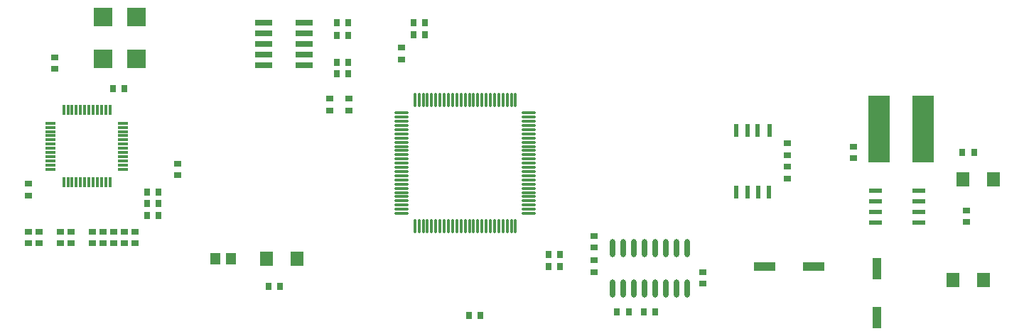
<source format=gtp>
%FSAX43Y43*%
%MOMM*%
G71*
G01*
G75*
G04 Layer_Color=8421504*
%ADD10R,2.200X2.200*%
%ADD11R,2.032X0.635*%
%ADD12R,1.524X0.508*%
%ADD13R,2.600X8.000*%
%ADD14R,0.800X0.900*%
%ADD15R,1.500X1.700*%
%ADD16R,0.508X1.500*%
%ADD17R,0.900X0.800*%
%ADD18R,0.300X1.200*%
%ADD19R,1.200X0.300*%
%ADD20R,2.540X1.016*%
%ADD21R,1.016X2.540*%
%ADD22R,1.200X1.400*%
%ADD23O,0.600X2.200*%
%ADD24O,0.300X1.800*%
%ADD25O,1.800X0.300*%
%ADD26C,0.508*%
%ADD27C,0.381*%
%ADD28C,0.254*%
%ADD29C,0.635*%
%ADD30C,0.762*%
%ADD31R,1.263X3.045*%
%ADD32R,2.794X2.667*%
%ADD33R,1.725X1.695*%
%ADD34R,2.874X2.980*%
%ADD35R,2.921X2.667*%
%ADD36R,1.270X3.048*%
%ADD37R,3.048X1.270*%
%ADD38R,2.794X3.302*%
%ADD39R,4.826X3.048*%
%ADD40R,3.048X4.826*%
%ADD41R,5.588X5.715*%
%ADD42R,1.143X1.016*%
%ADD43R,1.397X1.270*%
%ADD44R,5.334X5.461*%
%ADD45R,5.207X6.223*%
%ADD46R,1.397X4.445*%
%ADD47R,4.699X5.461*%
%ADD48R,0.353X0.241*%
%ADD49R,3.048X5.080*%
%ADD50R,0.586X1.571*%
%ADD51R,3.937X3.048*%
%ADD52R,4.699X2.413*%
%ADD53R,5.080X4.699*%
%ADD54R,2.032X2.349*%
%ADD55R,2.223X2.547*%
%ADD56R,2.449X2.272*%
%ADD57R,2.921X2.794*%
%ADD58R,5.969X6.350*%
%ADD59R,8.854X9.012*%
%ADD60R,4.572X4.572*%
%ADD61R,2.377X0.544*%
%ADD62R,1.905X0.508*%
%ADD63R,2.711X2.918*%
%ADD64R,1.397X1.524*%
%ADD65R,1.270X1.270*%
%ADD66R,1.778X1.524*%
%ADD67R,1.905X1.778*%
%ADD68R,2.032X2.009*%
%ADD69R,1.651X1.524*%
%ADD70R,3.937X3.937*%
%ADD71R,3.429X3.048*%
%ADD72R,2.794X2.794*%
%ADD73R,3.810X25.781*%
%ADD74R,9.779X2.159*%
%ADD75C,4.760*%
%ADD76R,1.690X1.690*%
%ADD77C,1.690*%
%ADD78C,0.762*%
%ADD79C,0.508*%
%ADD80C,1.524*%
%ADD81C,1.016*%
%ADD82R,2.000X2.000*%
%ADD83C,2.000*%
%ADD84R,1.500X1.500*%
%ADD85C,1.500*%
%ADD86C,1.778*%
%ADD87C,4.000*%
%ADD88C,1.270*%
%ADD89C,2.032*%
%ADD90C,1.600*%
%ADD91R,1.524X1.524*%
%ADD92C,3.556*%
%ADD93C,3.810*%
%ADD94R,1.500X1.500*%
%ADD95C,3.000*%
%ADD96R,2.794X2.540*%
%ADD97R,1.000X1.300*%
%ADD98R,1.000X1.800*%
%ADD99R,1.397X1.397*%
%ADD100R,3.048X2.667*%
%ADD101R,2.667X2.794*%
%ADD102R,0.164X0.331*%
%ADD103R,0.210X0.140*%
%ADD104R,0.210X0.331*%
%ADD105R,0.374X0.725*%
%ADD106R,1.016X1.524*%
%ADD107R,1.270X1.397*%
%ADD108R,4.953X5.080*%
%ADD109R,5.461X5.715*%
%ADD110R,2.159X0.889*%
%ADD111R,3.040X2.506*%
%ADD112R,2.921X3.175*%
%ADD113R,4.826X4.699*%
%ADD114R,5.080X5.080*%
%ADD115R,2.413X2.223*%
%ADD116R,2.603X2.675*%
%ADD117R,2.540X3.048*%
%ADD118R,6.350X6.223*%
%ADD119R,2.667X2.667*%
%ADD120R,5.715X6.350*%
%ADD121R,5.207X3.429*%
%ADD122R,13.843X6.858*%
%ADD123R,4.953X4.953*%
%ADD124R,1.397X1.651*%
%ADD125R,1.905X1.651*%
%ADD126R,3.937X3.683*%
%ADD127R,9.525X2.159*%
%ADD128C,0.200*%
%ADD129C,0.250*%
%ADD130C,0.127*%
%ADD131C,0.600*%
%ADD132C,0.150*%
D10*
X0066889Y0102275D02*
D03*
Y0107275D02*
D03*
X0062905Y0102275D02*
D03*
Y0107275D02*
D03*
D11*
X0086868Y0106553D02*
D03*
Y0105283D02*
D03*
Y0104013D02*
D03*
Y0102743D02*
D03*
Y0101473D02*
D03*
X0082042D02*
D03*
Y0102743D02*
D03*
Y0104013D02*
D03*
Y0105283D02*
D03*
Y0106553D02*
D03*
D12*
X0160058Y0086487D02*
D03*
Y0085217D02*
D03*
Y0083947D02*
D03*
Y0082677D02*
D03*
X0154902D02*
D03*
Y0083947D02*
D03*
Y0085217D02*
D03*
Y0086487D02*
D03*
D13*
X0155388Y0093853D02*
D03*
X0160588D02*
D03*
D14*
X0166689Y0091059D02*
D03*
X0165289D02*
D03*
X0115951Y0078867D02*
D03*
X0117351D02*
D03*
X0101284Y0105156D02*
D03*
X0099884D02*
D03*
X0117351Y0077470D02*
D03*
X0115951D02*
D03*
X0101284Y0106553D02*
D03*
X0099884D02*
D03*
X0106488Y0071628D02*
D03*
X0107888D02*
D03*
X0092140Y0101854D02*
D03*
X0090740D02*
D03*
X0092140Y0105029D02*
D03*
X0090740D02*
D03*
X0092140Y0106553D02*
D03*
X0090740D02*
D03*
X0084012Y0075057D02*
D03*
X0082612D02*
D03*
X0124141Y0072009D02*
D03*
X0125541D02*
D03*
X0127316D02*
D03*
X0128716D02*
D03*
X0068134Y0086360D02*
D03*
X0069534D02*
D03*
X0068134Y0084963D02*
D03*
X0069534D02*
D03*
X0069534Y0083566D02*
D03*
X0068134D02*
D03*
X0064070Y0098679D02*
D03*
X0065470D02*
D03*
X0092140Y0100457D02*
D03*
X0090740D02*
D03*
D15*
X0165329Y0087859D02*
D03*
X0168961Y0087884D02*
D03*
X0082372Y0078359D02*
D03*
X0086004Y0078384D02*
D03*
X0167818Y0075819D02*
D03*
X0164186Y0075794D02*
D03*
D16*
X0138360Y0093693D02*
D03*
X0139660D02*
D03*
X0140910D02*
D03*
X0142310D02*
D03*
X0142260Y0086343D02*
D03*
X0140960D02*
D03*
X0139660D02*
D03*
X0138360D02*
D03*
D17*
X0152273Y0091759D02*
D03*
Y0090359D02*
D03*
X0165735Y0082739D02*
D03*
Y0084139D02*
D03*
X0089916Y0096074D02*
D03*
Y0097474D02*
D03*
X0098425Y0103570D02*
D03*
Y0102170D02*
D03*
X0092202Y0097474D02*
D03*
Y0096074D02*
D03*
X0144399Y0090740D02*
D03*
Y0092140D02*
D03*
Y0087946D02*
D03*
Y0089346D02*
D03*
X0121412Y0078170D02*
D03*
Y0076770D02*
D03*
X0134366Y0076773D02*
D03*
Y0075373D02*
D03*
X0121412Y0081091D02*
D03*
Y0079691D02*
D03*
X0055245Y0080199D02*
D03*
Y0081599D02*
D03*
X0053975Y0080199D02*
D03*
Y0081599D02*
D03*
X0059055Y0081599D02*
D03*
Y0080199D02*
D03*
X0057785Y0081599D02*
D03*
Y0080199D02*
D03*
X0061595Y0081599D02*
D03*
Y0080199D02*
D03*
X0062865Y0081599D02*
D03*
Y0080199D02*
D03*
X0064135Y0081599D02*
D03*
Y0080199D02*
D03*
X0065405Y0081599D02*
D03*
Y0080199D02*
D03*
X0053975Y0085914D02*
D03*
Y0087314D02*
D03*
X0066675Y0080199D02*
D03*
Y0081599D02*
D03*
X0071755Y0089727D02*
D03*
Y0088327D02*
D03*
X0057150Y0102427D02*
D03*
Y0101027D02*
D03*
D18*
X0058210Y0096121D02*
D03*
X0058710D02*
D03*
X0059210D02*
D03*
X0059710D02*
D03*
X0060210Y0096121D02*
D03*
X0060710D02*
D03*
X0061210D02*
D03*
X0061710D02*
D03*
X0062210D02*
D03*
X0062710D02*
D03*
X0063210D02*
D03*
X0063710D02*
D03*
X0063710Y0087521D02*
D03*
X0063210D02*
D03*
X0062710D02*
D03*
X0062210D02*
D03*
X0061710Y0087521D02*
D03*
X0061210D02*
D03*
X0060710D02*
D03*
X0060210D02*
D03*
X0059710D02*
D03*
X0059210D02*
D03*
X0058710D02*
D03*
X0058210D02*
D03*
D19*
X0065260Y0094571D02*
D03*
Y0094071D02*
D03*
Y0093571D02*
D03*
Y0093071D02*
D03*
Y0092571D02*
D03*
Y0092071D02*
D03*
Y0091571D02*
D03*
Y0091071D02*
D03*
Y0090571D02*
D03*
Y0090071D02*
D03*
Y0089571D02*
D03*
Y0089071D02*
D03*
X0056660D02*
D03*
Y0089571D02*
D03*
Y0090071D02*
D03*
Y0090571D02*
D03*
Y0091071D02*
D03*
Y0091571D02*
D03*
Y0092071D02*
D03*
Y0092571D02*
D03*
Y0093071D02*
D03*
Y0093571D02*
D03*
Y0094071D02*
D03*
Y0094571D02*
D03*
D20*
X0141732Y0077470D02*
D03*
X0147574D02*
D03*
D21*
X0155067Y0071374D02*
D03*
Y0077216D02*
D03*
D22*
X0076316Y0078359D02*
D03*
X0078116D02*
D03*
D23*
X0123571Y0074816D02*
D03*
X0124841D02*
D03*
X0126111D02*
D03*
X0127381D02*
D03*
X0128651D02*
D03*
X0129921D02*
D03*
X0131191D02*
D03*
X0132461D02*
D03*
X0123571Y0079616D02*
D03*
X0124841D02*
D03*
X0126111D02*
D03*
X0127381D02*
D03*
X0128651D02*
D03*
X0129921D02*
D03*
X0131191D02*
D03*
X0132461D02*
D03*
D24*
X0100045Y0097339D02*
D03*
X0100545D02*
D03*
X0101045D02*
D03*
X0101545D02*
D03*
X0102045D02*
D03*
X0102545D02*
D03*
X0103045D02*
D03*
X0103545D02*
D03*
X0104045D02*
D03*
X0104545D02*
D03*
X0105045D02*
D03*
X0105545D02*
D03*
X0106045D02*
D03*
X0106545D02*
D03*
X0107045D02*
D03*
X0107545D02*
D03*
X0108045D02*
D03*
X0108545D02*
D03*
X0109045D02*
D03*
X0109545D02*
D03*
X0110045D02*
D03*
X0110545D02*
D03*
X0111045D02*
D03*
X0111545D02*
D03*
X0112045D02*
D03*
Y0082239D02*
D03*
X0111545D02*
D03*
X0111045D02*
D03*
X0110545D02*
D03*
X0110045D02*
D03*
X0109545D02*
D03*
X0109045D02*
D03*
X0108545D02*
D03*
X0108045D02*
D03*
X0107545D02*
D03*
X0107045D02*
D03*
X0106545D02*
D03*
X0106045D02*
D03*
X0105545D02*
D03*
X0105045D02*
D03*
X0104545D02*
D03*
X0104045D02*
D03*
X0103545D02*
D03*
X0103045D02*
D03*
X0102545D02*
D03*
X0102045D02*
D03*
X0101545D02*
D03*
X0101045D02*
D03*
X0100545D02*
D03*
X0100045D02*
D03*
D25*
X0113595Y0095789D02*
D03*
Y0095289D02*
D03*
Y0094789D02*
D03*
Y0094289D02*
D03*
Y0093789D02*
D03*
Y0093289D02*
D03*
Y0092789D02*
D03*
Y0092289D02*
D03*
Y0091789D02*
D03*
Y0091289D02*
D03*
Y0090789D02*
D03*
Y0090289D02*
D03*
Y0089789D02*
D03*
Y0089289D02*
D03*
Y0088789D02*
D03*
Y0088289D02*
D03*
Y0087789D02*
D03*
Y0087289D02*
D03*
Y0086789D02*
D03*
Y0086289D02*
D03*
Y0085789D02*
D03*
Y0085289D02*
D03*
Y0084789D02*
D03*
Y0084289D02*
D03*
Y0083789D02*
D03*
X0098495D02*
D03*
Y0084289D02*
D03*
Y0084789D02*
D03*
Y0085289D02*
D03*
Y0085789D02*
D03*
Y0086289D02*
D03*
Y0086789D02*
D03*
Y0087289D02*
D03*
Y0087789D02*
D03*
Y0088289D02*
D03*
Y0088789D02*
D03*
Y0089289D02*
D03*
Y0089789D02*
D03*
Y0090289D02*
D03*
Y0090789D02*
D03*
Y0091289D02*
D03*
Y0091789D02*
D03*
Y0092289D02*
D03*
Y0092789D02*
D03*
Y0093289D02*
D03*
Y0093789D02*
D03*
Y0094289D02*
D03*
Y0094789D02*
D03*
Y0095289D02*
D03*
Y0095789D02*
D03*
M02*

</source>
